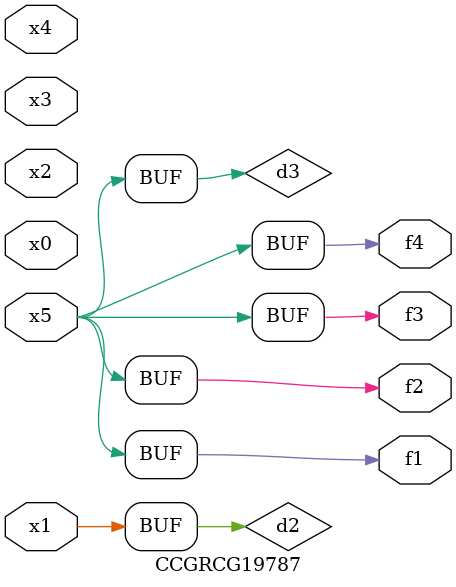
<source format=v>
module CCGRCG19787(
	input x0, x1, x2, x3, x4, x5,
	output f1, f2, f3, f4
);

	wire d1, d2, d3;

	not (d1, x5);
	or (d2, x1);
	xnor (d3, d1);
	assign f1 = d3;
	assign f2 = d3;
	assign f3 = d3;
	assign f4 = d3;
endmodule

</source>
